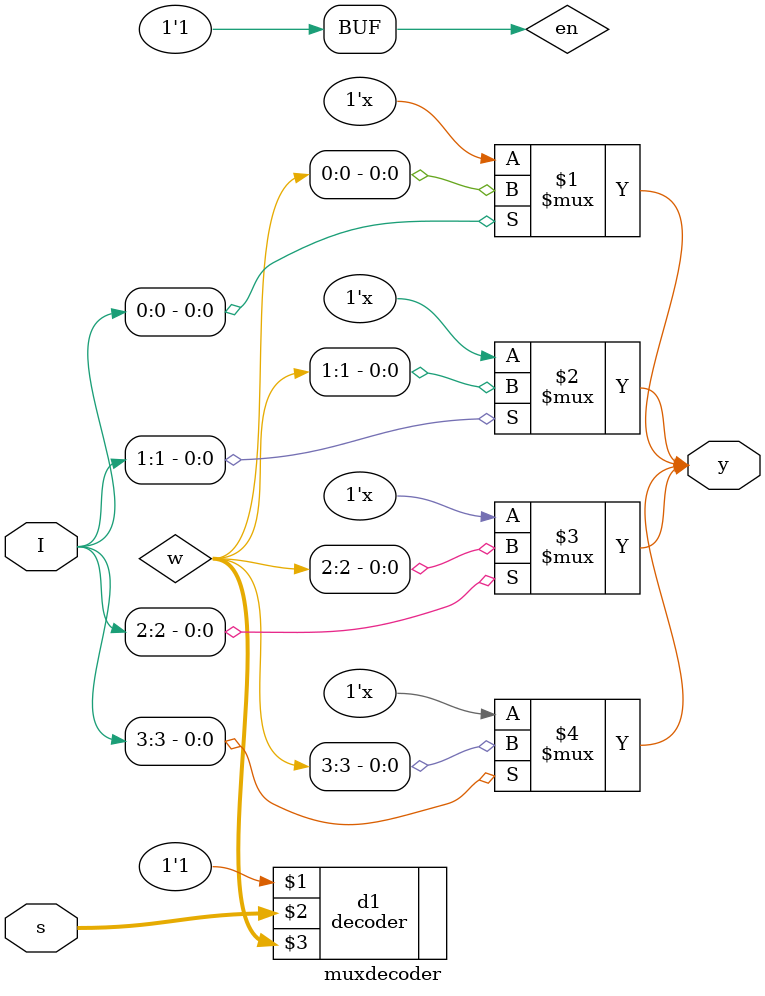
<source format=v>
module muxdecoder(I,s,y);
input [3:0]I;
input [1:0]s;
output y;
wire [3:0]w;
wire en;
assign en=1;
decoder d1(en,s,w);
bufif1 b1(y,w[0],I[0]);
bufif1 b2(y,w[1],I[1]);
bufif1 b3(y,w[2],I[2]);
bufif1 b4(y,w[3],I[3]);
wor y;
endmodule

</source>
